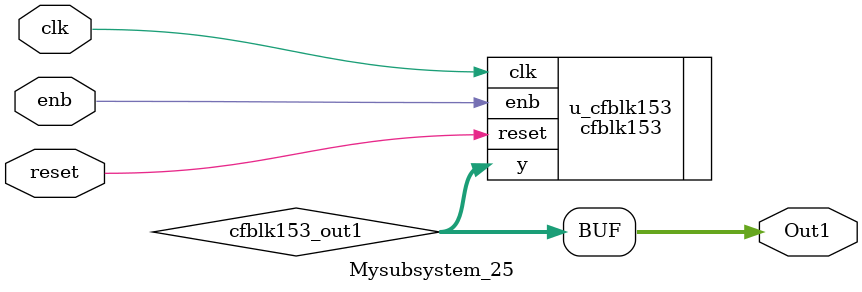
<source format=v>



`timescale 1 ns / 1 ns

module Mysubsystem_25
          (clk,
           reset,
           enb,
           Out1);


  input   clk;
  input   reset;
  input   enb;
  output  [7:0] Out1;  // uint8


  wire [7:0] cfblk153_out1;  // uint8


  cfblk153 u_cfblk153 (.clk(clk),
                       .reset(reset),
                       .enb(enb),
                       .y(cfblk153_out1)  // uint8
                       );

  assign Out1 = cfblk153_out1;

endmodule  // Mysubsystem_25


</source>
